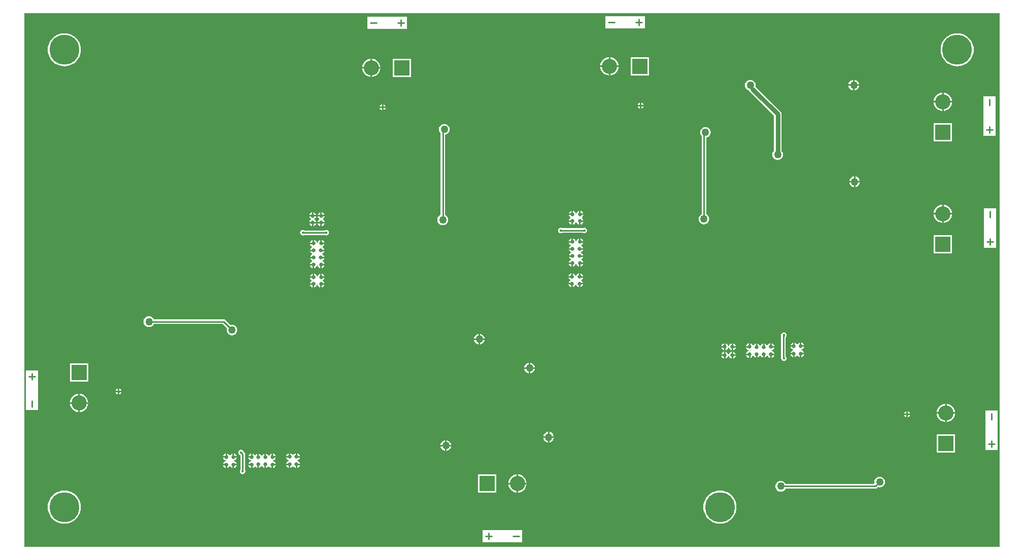
<source format=gbl>
G04 Layer_Physical_Order=2*
G04 Layer_Color=11436288*
%FSLAX25Y25*%
%MOIN*%
G70*
G01*
G75*
%ADD46C,0.01000*%
%ADD47C,0.03000*%
%ADD50R,0.10000X0.10000*%
%ADD51C,0.10000*%
%ADD52R,0.10000X0.10000*%
%ADD53C,0.02598*%
%ADD54C,0.19685*%
%ADD55C,0.05000*%
%ADD56C,0.01500*%
%ADD57C,0.02600*%
%ADD58C,0.02000*%
G36*
X750950Y451000D02*
Y100000D01*
X110497Y100000D01*
X110144Y100354D01*
X110144Y451000D01*
X750950Y451000D01*
D02*
G37*
%LPC*%
G36*
X445464Y217000D02*
X442500D01*
Y214036D01*
X442914Y214090D01*
X443765Y214443D01*
X444496Y215004D01*
X445057Y215735D01*
X445410Y216586D01*
X445464Y217000D01*
D02*
G37*
G36*
X441500Y220964D02*
X441086Y220910D01*
X440235Y220557D01*
X439504Y219996D01*
X438943Y219265D01*
X438590Y218414D01*
X438536Y218000D01*
X441500D01*
Y220964D01*
D02*
G37*
G36*
Y217000D02*
X438536D01*
X438590Y216586D01*
X438943Y215735D01*
X439504Y215004D01*
X440235Y214443D01*
X441086Y214090D01*
X441500Y214036D01*
Y217000D01*
D02*
G37*
G36*
X172500Y203940D02*
Y202500D01*
X173940D01*
X173884Y202780D01*
X173442Y203442D01*
X172780Y203884D01*
X172500Y203940D01*
D02*
G37*
G36*
X152000Y220500D02*
X140000D01*
Y208500D01*
X152000D01*
Y220500D01*
D02*
G37*
G36*
X577478Y225500D02*
X575733D01*
Y223754D01*
X576130Y223833D01*
X576891Y224342D01*
X577399Y225103D01*
X577478Y225500D01*
D02*
G37*
G36*
X586000Y226000D02*
X584254D01*
X584333Y225603D01*
X584842Y224842D01*
X585603Y224333D01*
X586000Y224254D01*
Y226000D01*
D02*
G37*
G36*
X569733Y225500D02*
X567987D01*
X568066Y225103D01*
X568574Y224342D01*
X569335Y223833D01*
X569733Y223754D01*
Y225500D01*
D02*
G37*
G36*
X442500Y220964D02*
Y218000D01*
X445464D01*
X445410Y218414D01*
X445057Y219265D01*
X444496Y219996D01*
X443765Y220557D01*
X442914Y220910D01*
X442500Y220964D01*
D02*
G37*
G36*
X609119Y240860D02*
X608436Y240724D01*
X607857Y240337D01*
X607832Y240299D01*
X607619Y240157D01*
X607287Y239661D01*
X607171Y239075D01*
Y224159D01*
X607220Y223909D01*
X607211Y223863D01*
X607347Y223181D01*
X607734Y222602D01*
X608313Y222215D01*
X608996Y222079D01*
X609679Y222215D01*
X610257Y222602D01*
X610644Y223181D01*
X610780Y223863D01*
X610644Y224546D01*
X610257Y225125D01*
X610229Y225144D01*
Y237581D01*
X610532Y238034D01*
X610534Y238043D01*
X610767Y238392D01*
X610903Y239075D01*
X610767Y239758D01*
X610381Y240337D01*
X609802Y240724D01*
X609119Y240860D01*
D02*
G37*
G36*
X151980Y194000D02*
X146500D01*
Y188520D01*
X147176Y188587D01*
X148307Y188930D01*
X149349Y189487D01*
X150263Y190237D01*
X151013Y191150D01*
X151570Y192193D01*
X151913Y193324D01*
X151980Y194000D01*
D02*
G37*
G36*
X118998Y216000D02*
X111000D01*
Y190007D01*
X118998D01*
Y216000D01*
D02*
G37*
G36*
X145500Y194000D02*
X140020D01*
X140087Y193324D01*
X140430Y192193D01*
X140987Y191150D01*
X141737Y190237D01*
X142650Y189487D01*
X143693Y188930D01*
X144824Y188587D01*
X145500Y188520D01*
Y194000D01*
D02*
G37*
G36*
X715000Y193980D02*
X714324Y193913D01*
X713193Y193570D01*
X712150Y193013D01*
X711237Y192263D01*
X710487Y191349D01*
X709930Y190307D01*
X709587Y189176D01*
X709520Y188500D01*
X715000D01*
Y193980D01*
D02*
G37*
G36*
X716000D02*
Y188500D01*
X721480D01*
X721413Y189176D01*
X721070Y190307D01*
X720513Y191349D01*
X719763Y192263D01*
X718850Y193013D01*
X717807Y193570D01*
X716676Y193913D01*
X716000Y193980D01*
D02*
G37*
G36*
X173940Y201500D02*
X172500D01*
Y200060D01*
X172780Y200116D01*
X173442Y200558D01*
X173884Y201220D01*
X173940Y201500D01*
D02*
G37*
G36*
X171500Y203940D02*
X171220Y203884D01*
X170558Y203442D01*
X170116Y202780D01*
X170060Y202500D01*
X171500D01*
Y203940D01*
D02*
G37*
G36*
Y201500D02*
X170060D01*
X170116Y201220D01*
X170558Y200558D01*
X171220Y200116D01*
X171500Y200060D01*
Y201500D01*
D02*
G37*
G36*
X145500Y200480D02*
X144824Y200413D01*
X143693Y200070D01*
X142650Y199513D01*
X141737Y198763D01*
X140987Y197850D01*
X140430Y196807D01*
X140087Y195676D01*
X140020Y195000D01*
X145500D01*
Y200480D01*
D02*
G37*
G36*
X146500D02*
Y195000D01*
X151980D01*
X151913Y195676D01*
X151570Y196807D01*
X151013Y197850D01*
X150263Y198763D01*
X149349Y199513D01*
X148307Y200070D01*
X147176Y200413D01*
X146500Y200480D01*
D02*
G37*
G36*
X602746Y226000D02*
X601000D01*
Y224254D01*
X601397Y224333D01*
X602158Y224842D01*
X602667Y225603D01*
X602746Y226000D01*
D02*
G37*
G36*
X620613Y234157D02*
Y232411D01*
X622359D01*
X622280Y232809D01*
X621771Y233570D01*
X621010Y234078D01*
X620613Y234157D01*
D02*
G37*
G36*
X600000Y233746D02*
X599603Y233667D01*
X598842Y233158D01*
X598435Y232550D01*
X597955Y232491D01*
X597857Y232516D01*
X597520Y233020D01*
X596759Y233528D01*
X596362Y233607D01*
Y231362D01*
X595362D01*
Y233607D01*
X594965Y233528D01*
X594205Y233020D01*
X593778Y232381D01*
X593655Y232349D01*
X593345D01*
X593222Y232381D01*
X592795Y233020D01*
X592035Y233528D01*
X591638Y233607D01*
Y231362D01*
X590638D01*
Y233607D01*
X590241Y233528D01*
X589480Y233020D01*
X589143Y232516D01*
X589045Y232491D01*
X588565Y232550D01*
X588158Y233158D01*
X587397Y233667D01*
X587000Y233746D01*
Y231500D01*
X586500D01*
Y231000D01*
X584254D01*
X584333Y230603D01*
X584842Y229842D01*
X585603Y229333D01*
X585997Y229255D01*
Y228745D01*
X585603Y228667D01*
X584842Y228158D01*
X584333Y227397D01*
X584254Y227000D01*
X586500D01*
Y226500D01*
X587000D01*
Y224254D01*
X587397Y224333D01*
X588158Y224842D01*
X588565Y225450D01*
X589045Y225509D01*
X589143Y225484D01*
X589480Y224980D01*
X590241Y224472D01*
X590638Y224393D01*
Y226638D01*
X591638D01*
Y224393D01*
X592035Y224472D01*
X592795Y224980D01*
X593222Y225619D01*
X593345Y225651D01*
X593655D01*
X593778Y225619D01*
X594205Y224980D01*
X594965Y224472D01*
X595362Y224393D01*
Y226638D01*
X596362D01*
Y224393D01*
X596759Y224472D01*
X597520Y224980D01*
X597857Y225484D01*
X597955Y225509D01*
X598435Y225450D01*
X598842Y224842D01*
X599603Y224333D01*
X600000Y224254D01*
Y226500D01*
X600500D01*
Y227000D01*
X602746D01*
X602667Y227397D01*
X602158Y228158D01*
X601397Y228667D01*
X601003Y228745D01*
Y229255D01*
X601397Y229333D01*
X602158Y229842D01*
X602667Y230603D01*
X602746Y231000D01*
X600500D01*
Y231500D01*
X600000D01*
Y233746D01*
D02*
G37*
G36*
X615113Y234157D02*
X614716Y234078D01*
X613955Y233570D01*
X613447Y232809D01*
X613368Y232411D01*
X615113D01*
Y234157D01*
D02*
G37*
G36*
X601000Y233746D02*
Y232000D01*
X602746D01*
X602667Y232397D01*
X602158Y233158D01*
X601397Y233667D01*
X601000Y233746D01*
D02*
G37*
G36*
X574733D02*
X574335Y233667D01*
X573574Y233158D01*
X573066Y232397D01*
X572988Y232002D01*
X572478D01*
X572399Y232397D01*
X571891Y233158D01*
X571130Y233667D01*
X570733Y233746D01*
Y231500D01*
Y229254D01*
X571130Y229333D01*
X571891Y229842D01*
X572399Y230603D01*
X572478Y230997D01*
X572988D01*
X573066Y230603D01*
X573574Y229842D01*
X574335Y229333D01*
X574733Y229254D01*
Y231500D01*
Y233746D01*
D02*
G37*
G36*
X408500Y239964D02*
X408086Y239910D01*
X407235Y239557D01*
X406504Y238996D01*
X405943Y238265D01*
X405590Y237414D01*
X405536Y237000D01*
X408500D01*
Y239964D01*
D02*
G37*
G36*
X409500D02*
Y237000D01*
X412464D01*
X412410Y237414D01*
X412057Y238265D01*
X411496Y238996D01*
X410765Y239557D01*
X409914Y239910D01*
X409500Y239964D01*
D02*
G37*
G36*
X619613Y234157D02*
X619216Y234078D01*
X618455Y233570D01*
X618164Y233134D01*
X617562D01*
X617271Y233570D01*
X616510Y234078D01*
X616113Y234157D01*
Y231911D01*
X615613D01*
Y231411D01*
X613368D01*
X613447Y231014D01*
X613955Y230253D01*
X614716Y229745D01*
X615111Y229666D01*
Y229156D01*
X614716Y229078D01*
X613955Y228570D01*
X613447Y227809D01*
X613368Y227411D01*
X615613D01*
Y226911D01*
X616113D01*
Y224666D01*
X616510Y224745D01*
X617271Y225253D01*
X617562Y225689D01*
X618164D01*
X618455Y225253D01*
X619216Y224745D01*
X619613Y224666D01*
Y226911D01*
X620113D01*
Y227411D01*
X622359D01*
X622280Y227809D01*
X621771Y228570D01*
X621010Y229078D01*
X620616Y229156D01*
Y229666D01*
X621010Y229745D01*
X621771Y230253D01*
X622280Y231014D01*
X622359Y231411D01*
X620113D01*
Y231911D01*
X619613D01*
Y234157D01*
D02*
G37*
G36*
X408500Y236000D02*
X405536D01*
X405590Y235586D01*
X405943Y234735D01*
X406504Y234004D01*
X407235Y233443D01*
X408086Y233090D01*
X408500Y233036D01*
Y236000D01*
D02*
G37*
G36*
X412464D02*
X409500D01*
Y233036D01*
X409914Y233090D01*
X410765Y233443D01*
X411496Y234004D01*
X412057Y234735D01*
X412410Y235586D01*
X412464Y236000D01*
D02*
G37*
G36*
X575733Y228246D02*
Y226500D01*
X577478D01*
X577399Y226897D01*
X576891Y227658D01*
X576130Y228167D01*
X575733Y228246D01*
D02*
G37*
G36*
X574733D02*
X574335Y228167D01*
X573574Y227658D01*
X573066Y226897D01*
X572988Y226502D01*
X572478D01*
X572399Y226897D01*
X571891Y227658D01*
X571130Y228167D01*
X570733Y228246D01*
Y226000D01*
Y223754D01*
X571130Y223833D01*
X571891Y224342D01*
X572399Y225103D01*
X572478Y225498D01*
X572988D01*
X573066Y225103D01*
X573574Y224342D01*
X574335Y223833D01*
X574733Y223754D01*
Y226000D01*
Y228246D01*
D02*
G37*
G36*
X569733D02*
X569335Y228167D01*
X568574Y227658D01*
X568066Y226897D01*
X567987Y226500D01*
X569733D01*
Y228246D01*
D02*
G37*
G36*
X615113Y226411D02*
X613368D01*
X613447Y226014D01*
X613955Y225253D01*
X614716Y224745D01*
X615113Y224666D01*
Y226411D01*
D02*
G37*
G36*
X622359D02*
X620613D01*
Y224666D01*
X621010Y224745D01*
X621771Y225253D01*
X622280Y226014D01*
X622359Y226411D01*
D02*
G37*
G36*
X575733Y233746D02*
Y232000D01*
X577478D01*
X577399Y232397D01*
X576891Y233158D01*
X576130Y233667D01*
X575733Y233746D01*
D02*
G37*
G36*
X586000D02*
X585603Y233667D01*
X584842Y233158D01*
X584333Y232397D01*
X584254Y232000D01*
X586000D01*
Y233746D01*
D02*
G37*
G36*
X569733D02*
X569335Y233667D01*
X568574Y233158D01*
X568066Y232397D01*
X567987Y232000D01*
X569733D01*
Y233746D01*
D02*
G37*
G36*
Y231000D02*
X567987D01*
X568066Y230603D01*
X568574Y229842D01*
X569335Y229333D01*
X569733Y229254D01*
Y231000D01*
D02*
G37*
G36*
X577478D02*
X575733D01*
Y229254D01*
X576130Y229333D01*
X576891Y229842D01*
X577399Y230603D01*
X577478Y231000D01*
D02*
G37*
G36*
X275246Y153500D02*
X273500D01*
Y151754D01*
X273897Y151833D01*
X274658Y152342D01*
X275167Y153103D01*
X275246Y153500D01*
D02*
G37*
G36*
X283854Y153620D02*
X282108D01*
X282187Y153223D01*
X282696Y152462D01*
X283457Y151954D01*
X283854Y151875D01*
Y153620D01*
D02*
G37*
G36*
X259000Y153500D02*
X257254D01*
X257333Y153103D01*
X257842Y152342D01*
X258603Y151833D01*
X259000Y151754D01*
Y153500D01*
D02*
G37*
G36*
X242412D02*
X240667D01*
X240746Y153103D01*
X241254Y152342D01*
X242015Y151833D01*
X242412Y151754D01*
Y153500D01*
D02*
G37*
G36*
X249658D02*
X247912D01*
Y151754D01*
X248309Y151833D01*
X249070Y152342D01*
X249579Y153103D01*
X249658Y153500D01*
D02*
G37*
G36*
X259000Y161246D02*
X258603Y161167D01*
X257842Y160658D01*
X257333Y159897D01*
X257254Y159500D01*
X259000D01*
Y161246D01*
D02*
G37*
G36*
X273500D02*
Y159500D01*
X275246D01*
X275167Y159897D01*
X274658Y160658D01*
X273897Y161167D01*
X273500Y161246D01*
D02*
G37*
G36*
X247912D02*
Y159500D01*
X249658D01*
X249579Y159897D01*
X249070Y160658D01*
X248309Y161167D01*
X247912Y161246D01*
D02*
G37*
G36*
X291100Y153620D02*
X289354D01*
Y151875D01*
X289751Y151954D01*
X290512Y152462D01*
X291021Y153223D01*
X291100Y153620D01*
D02*
G37*
G36*
X242412Y161246D02*
X242015Y161167D01*
X241254Y160658D01*
X240746Y159897D01*
X240667Y159500D01*
X242412D01*
Y161246D01*
D02*
G37*
G36*
X420000Y147500D02*
X408000D01*
Y135500D01*
X420000D01*
Y147500D01*
D02*
G37*
G36*
X433500Y141000D02*
X428020D01*
X428087Y140324D01*
X428430Y139193D01*
X428987Y138151D01*
X429737Y137237D01*
X430651Y136487D01*
X431693Y135930D01*
X432824Y135587D01*
X433500Y135520D01*
Y141000D01*
D02*
G37*
G36*
X567025Y136913D02*
X565323Y136779D01*
X563664Y136380D01*
X562087Y135727D01*
X560632Y134835D01*
X559334Y133727D01*
X558226Y132429D01*
X557334Y130974D01*
X556681Y129397D01*
X556282Y127738D01*
X556148Y126036D01*
X556282Y124335D01*
X556681Y122676D01*
X557334Y121099D01*
X558226Y119644D01*
X559334Y118346D01*
X560632Y117237D01*
X562087Y116346D01*
X563664Y115693D01*
X565323Y115294D01*
X567025Y115160D01*
X568726Y115294D01*
X570385Y115693D01*
X571962Y116346D01*
X573417Y117237D01*
X574715Y118346D01*
X575823Y119644D01*
X576715Y121099D01*
X577368Y122676D01*
X577767Y124335D01*
X577901Y126036D01*
X577767Y127738D01*
X577368Y129397D01*
X576715Y130974D01*
X575823Y132429D01*
X574715Y133727D01*
X573417Y134835D01*
X571962Y135727D01*
X570385Y136380D01*
X568726Y136779D01*
X567025Y136913D01*
D02*
G37*
G36*
X436993Y110998D02*
X411000D01*
Y103000D01*
X436993D01*
Y110998D01*
D02*
G37*
G36*
X136316Y136913D02*
X134615Y136779D01*
X132955Y136380D01*
X131378Y135727D01*
X129923Y134835D01*
X128625Y133727D01*
X127517Y132429D01*
X126625Y130974D01*
X125972Y129397D01*
X125574Y127738D01*
X125440Y126036D01*
X125574Y124335D01*
X125972Y122676D01*
X126625Y121099D01*
X127517Y119644D01*
X128625Y118346D01*
X129923Y117237D01*
X131378Y116346D01*
X132955Y115693D01*
X134615Y115294D01*
X136316Y115160D01*
X138017Y115294D01*
X139677Y115693D01*
X141253Y116346D01*
X142709Y117237D01*
X144006Y118346D01*
X145115Y119644D01*
X146007Y121099D01*
X146660Y122676D01*
X147058Y124335D01*
X147192Y126036D01*
X147058Y127738D01*
X146660Y129397D01*
X146007Y130974D01*
X145115Y132429D01*
X144006Y133727D01*
X142709Y134835D01*
X141253Y135727D01*
X139677Y136380D01*
X138017Y136779D01*
X136316Y136913D01*
D02*
G37*
G36*
X434500Y147480D02*
Y142000D01*
X439980D01*
X439913Y142676D01*
X439570Y143807D01*
X439013Y144850D01*
X438263Y145763D01*
X437350Y146513D01*
X436307Y147070D01*
X435176Y147413D01*
X434500Y147480D01*
D02*
G37*
G36*
X252500Y163784D02*
X251817Y163648D01*
X251238Y163262D01*
X250851Y162683D01*
X250716Y162000D01*
X250851Y161317D01*
X251238Y160738D01*
X251817Y160352D01*
X252027Y160310D01*
X252030Y160307D01*
Y150361D01*
X251911Y150183D01*
X251776Y149500D01*
X251911Y148817D01*
X252298Y148238D01*
X252877Y147852D01*
X253560Y147716D01*
X254243Y147852D01*
X254821Y148238D01*
X255208Y148817D01*
X255344Y149500D01*
X255208Y150183D01*
X255089Y150361D01*
Y160940D01*
X254973Y161525D01*
X254641Y162022D01*
X254190Y162473D01*
X254149Y162683D01*
X253762Y163262D01*
X253183Y163648D01*
X252500Y163784D01*
D02*
G37*
G36*
X433500Y147480D02*
X432824Y147413D01*
X431693Y147070D01*
X430651Y146513D01*
X429737Y145763D01*
X428987Y144850D01*
X428430Y143807D01*
X428087Y142676D01*
X428020Y142000D01*
X433500D01*
Y147480D01*
D02*
G37*
G36*
X439980Y141000D02*
X434500D01*
Y135520D01*
X435176Y135587D01*
X436307Y135930D01*
X437350Y136487D01*
X438263Y137237D01*
X439013Y138151D01*
X439570Y139193D01*
X439913Y140324D01*
X439980Y141000D01*
D02*
G37*
G36*
X672000Y146030D02*
X671086Y145910D01*
X670235Y145557D01*
X669504Y144996D01*
X668943Y144265D01*
X668590Y143414D01*
X668470Y142500D01*
X668562Y141798D01*
X668271Y141368D01*
X668168Y141298D01*
X610167D01*
X610069Y141533D01*
X609508Y142264D01*
X608777Y142825D01*
X607926Y143178D01*
X607012Y143298D01*
X606099Y143178D01*
X605247Y142825D01*
X604516Y142264D01*
X603955Y141533D01*
X603602Y140682D01*
X603482Y139768D01*
X603602Y138855D01*
X603955Y138003D01*
X604516Y137272D01*
X605247Y136711D01*
X606099Y136358D01*
X607012Y136238D01*
X607926Y136358D01*
X608777Y136711D01*
X609508Y137272D01*
X610069Y138003D01*
X610167Y138239D01*
X669268D01*
X669854Y138355D01*
X670350Y138687D01*
X670851Y139188D01*
X671086Y139090D01*
X672000Y138970D01*
X672914Y139090D01*
X673765Y139443D01*
X674496Y140004D01*
X675057Y140735D01*
X675410Y141586D01*
X675530Y142500D01*
X675410Y143414D01*
X675057Y144265D01*
X674496Y144996D01*
X673765Y145557D01*
X672914Y145910D01*
X672000Y146030D01*
D02*
G37*
G36*
X283854Y161366D02*
X283457Y161287D01*
X282696Y160779D01*
X282187Y160018D01*
X282108Y159620D01*
X283854D01*
Y161366D01*
D02*
G37*
G36*
X455000Y175464D02*
Y172500D01*
X457964D01*
X457910Y172914D01*
X457557Y173765D01*
X456996Y174496D01*
X456265Y175057D01*
X455414Y175410D01*
X455000Y175464D01*
D02*
G37*
G36*
X715000Y187500D02*
X709520D01*
X709587Y186824D01*
X709930Y185693D01*
X710487Y184651D01*
X711237Y183737D01*
X712150Y182987D01*
X713193Y182430D01*
X714324Y182087D01*
X715000Y182020D01*
Y187500D01*
D02*
G37*
G36*
X454000Y175464D02*
X453586Y175410D01*
X452735Y175057D01*
X452004Y174496D01*
X451443Y173765D01*
X451090Y172914D01*
X451036Y172500D01*
X454000D01*
Y175464D01*
D02*
G37*
G36*
Y171500D02*
X451036D01*
X451090Y171086D01*
X451443Y170235D01*
X452004Y169504D01*
X452735Y168943D01*
X453586Y168590D01*
X454000Y168536D01*
Y171500D01*
D02*
G37*
G36*
X457964D02*
X455000D01*
Y168536D01*
X455414Y168590D01*
X456265Y168943D01*
X456996Y169504D01*
X457557Y170235D01*
X457910Y171086D01*
X457964Y171500D01*
D02*
G37*
G36*
X689500Y188940D02*
X689220Y188884D01*
X688558Y188442D01*
X688116Y187780D01*
X688060Y187500D01*
X689500D01*
Y188940D01*
D02*
G37*
G36*
X690500D02*
Y187500D01*
X691940D01*
X691884Y187780D01*
X691442Y188442D01*
X690780Y188884D01*
X690500Y188940D01*
D02*
G37*
G36*
X691940Y186500D02*
X690500D01*
Y185060D01*
X690780Y185116D01*
X691442Y185558D01*
X691884Y186220D01*
X691940Y186500D01*
D02*
G37*
G36*
X721480Y187500D02*
X716000D01*
Y182020D01*
X716676Y182087D01*
X717807Y182430D01*
X718850Y182987D01*
X719763Y183737D01*
X720513Y184651D01*
X721070Y185693D01*
X721413Y186824D01*
X721480Y187500D01*
D02*
G37*
G36*
X689500Y186500D02*
X688060D01*
X688116Y186220D01*
X688558Y185558D01*
X689220Y185116D01*
X689500Y185060D01*
Y186500D01*
D02*
G37*
G36*
X288354Y161366D02*
X287957Y161287D01*
X287196Y160779D01*
X286905Y160343D01*
X286303D01*
X286012Y160779D01*
X285251Y161287D01*
X284854Y161366D01*
Y159120D01*
X284354D01*
Y158620D01*
X282108D01*
X282187Y158223D01*
X282696Y157462D01*
X283457Y156954D01*
X283852Y156875D01*
Y156366D01*
X283457Y156287D01*
X282696Y155779D01*
X282187Y155018D01*
X282108Y154620D01*
X284354D01*
Y154120D01*
X284854D01*
Y151875D01*
X285251Y151954D01*
X286012Y152462D01*
X286303Y152898D01*
X286905D01*
X287196Y152462D01*
X287957Y151954D01*
X288354Y151875D01*
Y154120D01*
X288854D01*
Y154620D01*
X291100D01*
X291021Y155018D01*
X290512Y155779D01*
X289751Y156287D01*
X289356Y156366D01*
Y156875D01*
X289751Y156954D01*
X290512Y157462D01*
X291021Y158223D01*
X291100Y158620D01*
X288854D01*
Y159120D01*
X288354D01*
Y161366D01*
D02*
G37*
G36*
X721500Y174000D02*
X709500D01*
Y162000D01*
X721500D01*
Y174000D01*
D02*
G37*
G36*
X246912Y161246D02*
X246515Y161167D01*
X245754Y160658D01*
X245463Y160222D01*
X244861D01*
X244570Y160658D01*
X243810Y161167D01*
X243412Y161246D01*
Y159000D01*
X242912D01*
Y158500D01*
X240667D01*
X240746Y158103D01*
X241254Y157342D01*
X242015Y156833D01*
X242410Y156755D01*
Y156245D01*
X242015Y156167D01*
X241254Y155658D01*
X240746Y154897D01*
X240667Y154500D01*
X242912D01*
Y154000D01*
X243412D01*
Y151754D01*
X243810Y151833D01*
X244570Y152342D01*
X244861Y152778D01*
X245463D01*
X245754Y152342D01*
X246515Y151833D01*
X246912Y151754D01*
Y154000D01*
X247412D01*
Y154500D01*
X249658D01*
X249579Y154897D01*
X249070Y155658D01*
X248309Y156167D01*
X247915Y156245D01*
Y156755D01*
X248309Y156833D01*
X249070Y157342D01*
X249579Y158103D01*
X249658Y158500D01*
X247412D01*
Y159000D01*
X246912D01*
Y161246D01*
D02*
G37*
G36*
X289354Y161366D02*
Y159620D01*
X291100D01*
X291021Y160018D01*
X290512Y160779D01*
X289751Y161287D01*
X289354Y161366D01*
D02*
G37*
G36*
X272500Y161246D02*
X272103Y161167D01*
X271342Y160658D01*
X270935Y160050D01*
X270455Y159991D01*
X270357Y160015D01*
X270020Y160520D01*
X269259Y161028D01*
X268862Y161107D01*
Y158862D01*
X267862D01*
Y161107D01*
X267465Y161028D01*
X266705Y160520D01*
X266278Y159881D01*
X266155Y159850D01*
X265845D01*
X265722Y159881D01*
X265295Y160520D01*
X264535Y161028D01*
X264138Y161107D01*
Y158862D01*
X263138D01*
Y161107D01*
X262741Y161028D01*
X261980Y160520D01*
X261865Y160348D01*
X261365D01*
X261158Y160658D01*
X260397Y161167D01*
X260000Y161246D01*
Y159000D01*
X259500D01*
Y158500D01*
X257254D01*
X257333Y158103D01*
X257842Y157342D01*
X258603Y156833D01*
X258998Y156755D01*
Y156245D01*
X258603Y156167D01*
X257842Y155658D01*
X257333Y154897D01*
X257254Y154500D01*
X259500D01*
Y154000D01*
X260000D01*
Y151754D01*
X260397Y151833D01*
X261158Y152342D01*
X261365Y152652D01*
X261865D01*
X261980Y152480D01*
X262741Y151972D01*
X263138Y151893D01*
Y154138D01*
X264138D01*
Y151893D01*
X264535Y151972D01*
X265295Y152480D01*
X265722Y153119D01*
X265845Y153150D01*
X266155D01*
X266278Y153119D01*
X266705Y152480D01*
X267465Y151972D01*
X267862Y151893D01*
Y154138D01*
X268862D01*
Y151893D01*
X269259Y151972D01*
X270020Y152480D01*
X270357Y152984D01*
X270455Y153009D01*
X270935Y152950D01*
X271342Y152342D01*
X272103Y151833D01*
X272500Y151754D01*
Y154000D01*
X273000D01*
Y154500D01*
X275246D01*
X275167Y154897D01*
X274658Y155658D01*
X273897Y156167D01*
X273502Y156245D01*
Y156755D01*
X273897Y156833D01*
X274658Y157342D01*
X275167Y158103D01*
X275246Y158500D01*
X273000D01*
Y159000D01*
X272500D01*
Y161246D01*
D02*
G37*
G36*
X386500Y169964D02*
X386086Y169910D01*
X385235Y169557D01*
X384504Y168996D01*
X383943Y168265D01*
X383590Y167414D01*
X383536Y167000D01*
X386500D01*
Y169964D01*
D02*
G37*
G36*
X387500D02*
Y167000D01*
X390464D01*
X390410Y167414D01*
X390057Y168265D01*
X389496Y168996D01*
X388765Y169557D01*
X387914Y169910D01*
X387500Y169964D01*
D02*
G37*
G36*
X749500Y189493D02*
X741502D01*
Y163500D01*
X749500D01*
Y189493D01*
D02*
G37*
G36*
X386500Y166000D02*
X383536D01*
X383590Y165586D01*
X383943Y164735D01*
X384504Y164004D01*
X385235Y163443D01*
X386086Y163090D01*
X386500Y163036D01*
Y166000D01*
D02*
G37*
G36*
X390464D02*
X387500D01*
Y163036D01*
X387914Y163090D01*
X388765Y163443D01*
X389496Y164004D01*
X390057Y164735D01*
X390410Y165586D01*
X390464Y166000D01*
D02*
G37*
G36*
X345000Y388500D02*
X343560D01*
X343616Y388220D01*
X344058Y387558D01*
X344720Y387116D01*
X345000Y387060D01*
Y388500D01*
D02*
G37*
G36*
X347440D02*
X346000D01*
Y387060D01*
X346280Y387116D01*
X346942Y387558D01*
X347384Y388220D01*
X347440Y388500D01*
D02*
G37*
G36*
X719480Y392126D02*
X714000D01*
Y386646D01*
X714676Y386713D01*
X715807Y387056D01*
X716850Y387613D01*
X717763Y388363D01*
X718513Y389276D01*
X719070Y390319D01*
X719413Y391450D01*
X719480Y392126D01*
D02*
G37*
G36*
X748000Y396119D02*
X740002D01*
Y370126D01*
X748000D01*
Y396119D01*
D02*
G37*
G36*
X713000Y392126D02*
X707520D01*
X707587Y391450D01*
X707930Y390319D01*
X708487Y389276D01*
X709237Y388363D01*
X710150Y387613D01*
X711193Y387056D01*
X712324Y386713D01*
X713000Y386646D01*
Y392126D01*
D02*
G37*
G36*
X346000Y390940D02*
Y389500D01*
X347440D01*
X347384Y389780D01*
X346942Y390442D01*
X346280Y390884D01*
X346000Y390940D01*
D02*
G37*
G36*
X514500Y391940D02*
X514220Y391884D01*
X513558Y391442D01*
X513116Y390780D01*
X513060Y390500D01*
X514500D01*
Y391940D01*
D02*
G37*
G36*
X345000Y390940D02*
X344720Y390884D01*
X344058Y390442D01*
X343616Y389780D01*
X343560Y389500D01*
X345000D01*
Y390940D01*
D02*
G37*
G36*
X514500Y389500D02*
X513060D01*
X513116Y389220D01*
X513558Y388558D01*
X514220Y388116D01*
X514500Y388060D01*
Y389500D01*
D02*
G37*
G36*
X516940D02*
X515500D01*
Y388060D01*
X515780Y388116D01*
X516442Y388558D01*
X516884Y389220D01*
X516940Y389500D01*
D02*
G37*
G36*
X714000Y324980D02*
Y319500D01*
X719480D01*
X719413Y320176D01*
X719070Y321307D01*
X718513Y322350D01*
X717763Y323263D01*
X716850Y324013D01*
X715807Y324570D01*
X714676Y324913D01*
X714000Y324980D01*
D02*
G37*
G36*
X655000Y339500D02*
X652036D01*
X652090Y339086D01*
X652443Y338235D01*
X653004Y337504D01*
X653735Y336943D01*
X654586Y336590D01*
X655000Y336536D01*
Y339500D01*
D02*
G37*
G36*
X713000Y324980D02*
X712324Y324913D01*
X711193Y324570D01*
X710150Y324013D01*
X709237Y323263D01*
X708487Y322350D01*
X707930Y321307D01*
X707587Y320176D01*
X707520Y319500D01*
X713000D01*
Y324980D01*
D02*
G37*
G36*
X475575Y320886D02*
Y319141D01*
X477320D01*
X477241Y319538D01*
X476733Y320299D01*
X475972Y320808D01*
X475575Y320886D01*
D02*
G37*
G36*
X474575D02*
X474177Y320808D01*
X473417Y320299D01*
X472908Y319538D01*
X472830Y319143D01*
X472320D01*
X472241Y319538D01*
X471733Y320299D01*
X470972Y320808D01*
X470575Y320886D01*
Y318641D01*
X470075D01*
Y318141D01*
X467829D01*
X467908Y317743D01*
X468417Y316983D01*
X468852Y316692D01*
Y316090D01*
X468417Y315799D01*
X467908Y315038D01*
X467829Y314641D01*
X470075D01*
Y314141D01*
X470575D01*
Y311895D01*
X470972Y311974D01*
X471733Y312483D01*
X472241Y313244D01*
X472320Y313638D01*
X472830D01*
X472908Y313244D01*
X473417Y312483D01*
X474177Y311974D01*
X474575Y311895D01*
Y314141D01*
X475075D01*
Y314641D01*
X477320D01*
X477241Y315038D01*
X476733Y315799D01*
X476297Y316090D01*
Y316692D01*
X476733Y316983D01*
X477241Y317743D01*
X477320Y318141D01*
X475075D01*
Y318641D01*
X474575D01*
Y320886D01*
D02*
G37*
G36*
X587000Y407030D02*
X586086Y406910D01*
X585235Y406557D01*
X584504Y405996D01*
X583943Y405265D01*
X583590Y404414D01*
X583470Y403500D01*
X583590Y402586D01*
X583943Y401735D01*
X584504Y401004D01*
X585235Y400443D01*
X586086Y400090D01*
X586133Y400084D01*
X586145Y400025D01*
X586698Y399198D01*
X602451Y383444D01*
Y360278D01*
X601943Y359615D01*
X601590Y358764D01*
X601470Y357850D01*
X601590Y356937D01*
X601943Y356085D01*
X602504Y355354D01*
X603235Y354793D01*
X604086Y354440D01*
X605000Y354320D01*
X605914Y354440D01*
X606765Y354793D01*
X607496Y355354D01*
X608057Y356085D01*
X608410Y356937D01*
X608530Y357850D01*
X608410Y358764D01*
X608057Y359615D01*
X607549Y360278D01*
Y384500D01*
X607355Y385475D01*
X606802Y386302D01*
X590422Y402682D01*
X590530Y403500D01*
X590410Y404414D01*
X590057Y405265D01*
X589496Y405996D01*
X588765Y406557D01*
X587914Y406910D01*
X587000Y407030D01*
D02*
G37*
G36*
X719500Y378626D02*
X707500D01*
Y366626D01*
X719500D01*
Y378626D01*
D02*
G37*
G36*
X656000Y343464D02*
Y340500D01*
X658964D01*
X658910Y340914D01*
X658557Y341765D01*
X657996Y342496D01*
X657265Y343057D01*
X656414Y343410D01*
X656000Y343464D01*
D02*
G37*
G36*
X658964Y339500D02*
X656000D01*
Y336536D01*
X656414Y336590D01*
X657265Y336943D01*
X657996Y337504D01*
X658557Y338235D01*
X658910Y339086D01*
X658964Y339500D01*
D02*
G37*
G36*
X655000Y343464D02*
X654586Y343410D01*
X653735Y343057D01*
X653004Y342496D01*
X652443Y341765D01*
X652090Y340914D01*
X652036Y340500D01*
X655000D01*
Y343464D01*
D02*
G37*
G36*
X515500Y391940D02*
Y390500D01*
X516940D01*
X516884Y390780D01*
X516442Y391442D01*
X515780Y391884D01*
X515500Y391940D01*
D02*
G37*
G36*
X338500Y420980D02*
Y415500D01*
X343980D01*
X343913Y416176D01*
X343570Y417307D01*
X343013Y418350D01*
X342263Y419263D01*
X341350Y420013D01*
X340307Y420570D01*
X339176Y420913D01*
X338500Y420980D01*
D02*
G37*
G36*
X136316Y437700D02*
X134615Y437566D01*
X132955Y437168D01*
X131378Y436515D01*
X129923Y435623D01*
X128625Y434514D01*
X127517Y433217D01*
X126625Y431762D01*
X125972Y430185D01*
X125574Y428525D01*
X125440Y426824D01*
X125574Y425122D01*
X125972Y423463D01*
X126625Y421886D01*
X127517Y420431D01*
X128625Y419133D01*
X129923Y418025D01*
X131378Y417133D01*
X132955Y416480D01*
X134615Y416082D01*
X136316Y415948D01*
X138017Y416082D01*
X139677Y416480D01*
X141253Y417133D01*
X142709Y418025D01*
X144006Y419133D01*
X145115Y420431D01*
X146007Y421886D01*
X146660Y423463D01*
X147058Y425122D01*
X147192Y426824D01*
X147058Y428525D01*
X146660Y430185D01*
X146007Y431762D01*
X145115Y433217D01*
X144006Y434514D01*
X142709Y435623D01*
X141253Y436515D01*
X139677Y437168D01*
X138017Y437566D01*
X136316Y437700D01*
D02*
G37*
G36*
X337500Y420980D02*
X336824Y420913D01*
X335693Y420570D01*
X334650Y420013D01*
X333737Y419263D01*
X332987Y418350D01*
X332430Y417307D01*
X332087Y416176D01*
X332020Y415500D01*
X337500D01*
Y420980D01*
D02*
G37*
G36*
X494000Y415500D02*
X488520D01*
X488587Y414824D01*
X488930Y413693D01*
X489487Y412650D01*
X490237Y411737D01*
X491151Y410987D01*
X492193Y410430D01*
X493324Y410087D01*
X494000Y410020D01*
Y415500D01*
D02*
G37*
G36*
X500480D02*
X495000D01*
Y410020D01*
X495676Y410087D01*
X496807Y410430D01*
X497850Y410987D01*
X498763Y411737D01*
X499513Y412650D01*
X500070Y413693D01*
X500413Y414824D01*
X500480Y415500D01*
D02*
G37*
G36*
X361331Y448408D02*
X335338D01*
Y440409D01*
X361331D01*
Y448408D01*
D02*
G37*
G36*
X517671Y448948D02*
X491678D01*
Y440949D01*
X517671D01*
Y448948D01*
D02*
G37*
G36*
X495000Y421980D02*
Y416500D01*
X500480D01*
X500413Y417176D01*
X500070Y418307D01*
X499513Y419349D01*
X498763Y420263D01*
X497850Y421013D01*
X496807Y421570D01*
X495676Y421913D01*
X495000Y421980D01*
D02*
G37*
G36*
X722930Y437700D02*
X721229Y437566D01*
X719569Y437168D01*
X717992Y436515D01*
X716537Y435623D01*
X715239Y434514D01*
X714131Y433217D01*
X713239Y431762D01*
X712586Y430185D01*
X712188Y428525D01*
X712054Y426824D01*
X712188Y425122D01*
X712586Y423463D01*
X713239Y421886D01*
X714131Y420431D01*
X715239Y419133D01*
X716537Y418025D01*
X717992Y417133D01*
X719569Y416480D01*
X721229Y416082D01*
X722930Y415948D01*
X724631Y416082D01*
X726291Y416480D01*
X727868Y417133D01*
X729323Y418025D01*
X730621Y419133D01*
X731729Y420431D01*
X732621Y421886D01*
X733274Y423463D01*
X733672Y425122D01*
X733806Y426824D01*
X733672Y428525D01*
X733274Y430185D01*
X732621Y431762D01*
X731729Y433217D01*
X730621Y434514D01*
X729323Y435623D01*
X727868Y436515D01*
X726291Y437168D01*
X724631Y437566D01*
X722930Y437700D01*
D02*
G37*
G36*
X494000Y421980D02*
X493324Y421913D01*
X492193Y421570D01*
X491151Y421013D01*
X490237Y420263D01*
X489487Y419349D01*
X488930Y418307D01*
X488587Y417176D01*
X488520Y416500D01*
X494000D01*
Y421980D01*
D02*
G37*
G36*
X658464Y403126D02*
X655500D01*
Y400162D01*
X655914Y400216D01*
X656765Y400569D01*
X657496Y401130D01*
X658057Y401861D01*
X658410Y402712D01*
X658464Y403126D01*
D02*
G37*
G36*
X654500Y407090D02*
X654086Y407036D01*
X653235Y406683D01*
X652504Y406122D01*
X651943Y405391D01*
X651590Y404540D01*
X651536Y404126D01*
X654500D01*
Y407090D01*
D02*
G37*
G36*
Y403126D02*
X651536D01*
X651590Y402712D01*
X651943Y401861D01*
X652504Y401130D01*
X653235Y400569D01*
X654086Y400216D01*
X654500Y400162D01*
Y403126D01*
D02*
G37*
G36*
X713000Y398606D02*
X712324Y398539D01*
X711193Y398196D01*
X710150Y397639D01*
X709237Y396889D01*
X708487Y395975D01*
X707930Y394933D01*
X707587Y393802D01*
X707520Y393126D01*
X713000D01*
Y398606D01*
D02*
G37*
G36*
X714000D02*
Y393126D01*
X719480D01*
X719413Y393802D01*
X719070Y394933D01*
X718513Y395975D01*
X717763Y396889D01*
X716850Y397639D01*
X715807Y398196D01*
X714676Y398539D01*
X714000Y398606D01*
D02*
G37*
G36*
X343980Y414500D02*
X338500D01*
Y409020D01*
X339176Y409087D01*
X340307Y409430D01*
X341350Y409987D01*
X342263Y410737D01*
X343013Y411651D01*
X343570Y412693D01*
X343913Y413824D01*
X343980Y414500D01*
D02*
G37*
G36*
X520500Y422000D02*
X508500D01*
Y410000D01*
X520500D01*
Y422000D01*
D02*
G37*
G36*
X337500Y414500D02*
X332020D01*
X332087Y413824D01*
X332430Y412693D01*
X332987Y411651D01*
X333737Y410737D01*
X334650Y409987D01*
X335693Y409430D01*
X336824Y409087D01*
X337500Y409020D01*
Y414500D01*
D02*
G37*
G36*
X655500Y407090D02*
Y404126D01*
X658464D01*
X658410Y404540D01*
X658057Y405391D01*
X657496Y406122D01*
X656765Y406683D01*
X655914Y407036D01*
X655500Y407090D01*
D02*
G37*
G36*
X364000Y421000D02*
X352000D01*
Y409000D01*
X364000D01*
Y421000D01*
D02*
G37*
G36*
X469575Y320886D02*
X469177Y320808D01*
X468417Y320299D01*
X467908Y319538D01*
X467829Y319141D01*
X469575D01*
Y320886D01*
D02*
G37*
G36*
X469500Y286000D02*
X467754D01*
X467833Y285603D01*
X468342Y284842D01*
X469103Y284333D01*
X469500Y284254D01*
Y286000D01*
D02*
G37*
G36*
X477246D02*
X475500D01*
Y284254D01*
X475897Y284333D01*
X476658Y284842D01*
X477167Y285603D01*
X477246Y286000D01*
D02*
G37*
G36*
X307246Y285000D02*
X305500D01*
Y283254D01*
X305897Y283333D01*
X306658Y283842D01*
X307167Y284603D01*
X307246Y285000D01*
D02*
G37*
G36*
X474345Y279749D02*
X473948Y279670D01*
X473187Y279162D01*
X472679Y278401D01*
X472600Y278006D01*
X472091D01*
X472012Y278401D01*
X471504Y279162D01*
X470743Y279670D01*
X470345Y279749D01*
Y277504D01*
X469845D01*
Y277004D01*
X467600D01*
X467679Y276606D01*
X468187Y275845D01*
X468623Y275554D01*
Y274953D01*
X468187Y274662D01*
X467679Y273901D01*
X467600Y273504D01*
X469845D01*
Y273004D01*
X470345D01*
Y270758D01*
X470743Y270837D01*
X471504Y271345D01*
X472012Y272106D01*
X472091Y272501D01*
X472600D01*
X472679Y272106D01*
X473187Y271345D01*
X473948Y270837D01*
X474345Y270758D01*
Y273004D01*
X474846D01*
Y273504D01*
X477091D01*
X477012Y273901D01*
X476504Y274662D01*
X476068Y274953D01*
Y275554D01*
X476504Y275845D01*
X477012Y276606D01*
X477091Y277004D01*
X474846D01*
Y277504D01*
X474345D01*
Y279749D01*
D02*
G37*
G36*
X299500Y285000D02*
X297754D01*
X297833Y284603D01*
X298342Y283842D01*
X299103Y283333D01*
X299500Y283254D01*
Y285000D01*
D02*
G37*
G36*
X305500Y301746D02*
Y300000D01*
X307246D01*
X307167Y300397D01*
X306658Y301158D01*
X305897Y301667D01*
X305500Y301746D01*
D02*
G37*
G36*
X304500D02*
X304103Y301667D01*
X303342Y301158D01*
X302833Y300397D01*
X302755Y300003D01*
X302245D01*
X302167Y300397D01*
X301658Y301158D01*
X300897Y301667D01*
X300500Y301746D01*
Y299500D01*
X300000D01*
Y299000D01*
X297754D01*
X297833Y298603D01*
X298342Y297842D01*
X298950Y297435D01*
X299009Y296955D01*
X298985Y296857D01*
X298480Y296520D01*
X297972Y295759D01*
X297893Y295362D01*
X300138D01*
Y294362D01*
X297893D01*
X297972Y293965D01*
X298480Y293205D01*
X299119Y292778D01*
X299150Y292655D01*
Y292345D01*
X299119Y292222D01*
X298480Y291795D01*
X297972Y291035D01*
X297893Y290638D01*
X300138D01*
Y289638D01*
X297893D01*
X297972Y289241D01*
X298480Y288480D01*
X298985Y288143D01*
X299009Y288045D01*
X298950Y287565D01*
X298342Y287158D01*
X297833Y286397D01*
X297754Y286000D01*
X300000D01*
Y285500D01*
X300500D01*
Y283254D01*
X300897Y283333D01*
X301658Y283842D01*
X302167Y284603D01*
X302245Y284998D01*
X302755D01*
X302833Y284603D01*
X303342Y283842D01*
X304103Y283333D01*
X304500Y283254D01*
Y285500D01*
X305000D01*
Y286000D01*
X307246D01*
X307167Y286397D01*
X306658Y287158D01*
X306050Y287565D01*
X305991Y288045D01*
X306015Y288143D01*
X306520Y288480D01*
X307028Y289241D01*
X307107Y289638D01*
X304862D01*
Y290638D01*
X307107D01*
X307028Y291035D01*
X306520Y291795D01*
X305881Y292222D01*
X305850Y292345D01*
Y292655D01*
X305881Y292778D01*
X306520Y293205D01*
X307028Y293965D01*
X307107Y294362D01*
X304862D01*
Y295362D01*
X307107D01*
X307028Y295759D01*
X306520Y296520D01*
X306015Y296857D01*
X305991Y296955D01*
X306050Y297435D01*
X306658Y297842D01*
X307167Y298603D01*
X307246Y299000D01*
X305000D01*
Y299500D01*
X304500D01*
Y301746D01*
D02*
G37*
G36*
X299500D02*
X299103Y301667D01*
X298342Y301158D01*
X297833Y300397D01*
X297754Y300000D01*
X299500D01*
Y301746D01*
D02*
G37*
G36*
X719500Y305000D02*
X707500D01*
Y293000D01*
X719500D01*
Y305000D01*
D02*
G37*
G36*
X748500Y322493D02*
X740502D01*
Y296500D01*
X748500D01*
Y322493D01*
D02*
G37*
G36*
X469346Y272504D02*
X467600D01*
X467679Y272106D01*
X468187Y271345D01*
X468948Y270837D01*
X469346Y270758D01*
Y272504D01*
D02*
G37*
G36*
X477091D02*
X475346D01*
Y270758D01*
X475743Y270837D01*
X476504Y271345D01*
X477012Y272106D01*
X477091Y272504D01*
D02*
G37*
G36*
X307287Y272233D02*
X305541D01*
Y270487D01*
X305939Y270566D01*
X306699Y271075D01*
X307208Y271835D01*
X307287Y272233D01*
D02*
G37*
G36*
X192000Y251530D02*
X191086Y251410D01*
X190235Y251057D01*
X189504Y250496D01*
X188943Y249765D01*
X188590Y248914D01*
X188470Y248000D01*
X188590Y247086D01*
X188943Y246235D01*
X189504Y245504D01*
X190235Y244943D01*
X191086Y244590D01*
X192000Y244470D01*
X192914Y244590D01*
X193765Y244943D01*
X194496Y245504D01*
X195057Y246235D01*
X195155Y246471D01*
X240367D01*
X243188Y243649D01*
X243090Y243414D01*
X242970Y242500D01*
X243090Y241586D01*
X243443Y240735D01*
X244004Y240004D01*
X244735Y239443D01*
X245586Y239090D01*
X246500Y238970D01*
X247414Y239090D01*
X248265Y239443D01*
X248996Y240004D01*
X249557Y240735D01*
X249910Y241586D01*
X250030Y242500D01*
X249910Y243414D01*
X249557Y244265D01*
X248996Y244996D01*
X248265Y245557D01*
X247414Y245910D01*
X246500Y246030D01*
X245586Y245910D01*
X245351Y245812D01*
X242081Y249081D01*
X241585Y249413D01*
X241000Y249529D01*
X195155D01*
X195057Y249765D01*
X194496Y250496D01*
X193765Y251057D01*
X192914Y251410D01*
X192000Y251530D01*
D02*
G37*
G36*
X299541Y272233D02*
X297796D01*
X297875Y271835D01*
X298383Y271075D01*
X299144Y270566D01*
X299541Y270487D01*
Y272233D01*
D02*
G37*
G36*
X469346Y279749D02*
X468948Y279670D01*
X468187Y279162D01*
X467679Y278401D01*
X467600Y278004D01*
X469346D01*
Y279749D01*
D02*
G37*
G36*
X475346D02*
Y278004D01*
X477091D01*
X477012Y278401D01*
X476504Y279162D01*
X475743Y279670D01*
X475346Y279749D01*
D02*
G37*
G36*
X304541Y279478D02*
X304144Y279399D01*
X303383Y278891D01*
X302875Y278130D01*
X302796Y277735D01*
X302286D01*
X302208Y278130D01*
X301699Y278891D01*
X300939Y279399D01*
X300541Y279478D01*
Y277233D01*
X300041D01*
Y276733D01*
X297796D01*
X297875Y276335D01*
X298383Y275574D01*
X298819Y275283D01*
Y274682D01*
X298383Y274391D01*
X297875Y273630D01*
X297796Y273233D01*
X300041D01*
Y272733D01*
X300541D01*
Y270487D01*
X300939Y270566D01*
X301699Y271075D01*
X302208Y271835D01*
X302286Y272230D01*
X302796D01*
X302875Y271835D01*
X303383Y271075D01*
X304144Y270566D01*
X304541Y270487D01*
Y272733D01*
X305041D01*
Y273233D01*
X307287D01*
X307208Y273630D01*
X306699Y274391D01*
X306264Y274682D01*
Y275283D01*
X306699Y275574D01*
X307208Y276335D01*
X307287Y276733D01*
X305041D01*
Y277233D01*
X304541D01*
Y279478D01*
D02*
G37*
G36*
X299541D02*
X299144Y279399D01*
X298383Y278891D01*
X297875Y278130D01*
X297796Y277733D01*
X299541D01*
Y279478D01*
D02*
G37*
G36*
X305541D02*
Y277733D01*
X307287D01*
X307208Y278130D01*
X306699Y278891D01*
X305939Y279399D01*
X305541Y279478D01*
D02*
G37*
G36*
X469500Y302746D02*
X469103Y302667D01*
X468342Y302158D01*
X467833Y301397D01*
X467754Y301000D01*
X469500D01*
Y302746D01*
D02*
G37*
G36*
X719480Y318500D02*
X714000D01*
Y313020D01*
X714676Y313087D01*
X715807Y313430D01*
X716850Y313987D01*
X717763Y314737D01*
X718513Y315651D01*
X719070Y316693D01*
X719413Y317824D01*
X719480Y318500D01*
D02*
G37*
G36*
X301814Y317210D02*
X297323D01*
X297402Y316813D01*
X297910Y316052D01*
X298346Y315761D01*
Y315160D01*
X297910Y314868D01*
X297402Y314108D01*
X297323Y313710D01*
X301814D01*
X301735Y314108D01*
X301227Y314868D01*
X300791Y315160D01*
Y315761D01*
X301227Y316052D01*
X301735Y316813D01*
X301814Y317210D01*
D02*
G37*
G36*
X713000Y318500D02*
X707520D01*
X707587Y317824D01*
X707930Y316693D01*
X708487Y315651D01*
X709237Y314737D01*
X710150Y313987D01*
X711193Y313430D01*
X712324Y313087D01*
X713000Y313020D01*
Y318500D01*
D02*
G37*
G36*
X477320Y313641D02*
X475575D01*
Y311895D01*
X475972Y311974D01*
X476733Y312483D01*
X477241Y313244D01*
X477320Y313641D01*
D02*
G37*
G36*
X557500Y376030D02*
X556586Y375910D01*
X555735Y375557D01*
X555004Y374996D01*
X554443Y374265D01*
X554090Y373414D01*
X553970Y372500D01*
X554090Y371586D01*
X554443Y370735D01*
X554971Y370047D01*
Y318655D01*
X554735Y318557D01*
X554004Y317996D01*
X553443Y317265D01*
X553090Y316414D01*
X552970Y315500D01*
X553090Y314586D01*
X553443Y313735D01*
X554004Y313004D01*
X554735Y312443D01*
X555586Y312090D01*
X556500Y311970D01*
X557414Y312090D01*
X558265Y312443D01*
X558996Y313004D01*
X559557Y313735D01*
X559910Y314586D01*
X560030Y315500D01*
X559910Y316414D01*
X559557Y317265D01*
X558996Y317996D01*
X558265Y318557D01*
X558029Y318655D01*
Y369040D01*
X558414Y369090D01*
X559265Y369443D01*
X559996Y370004D01*
X560557Y370735D01*
X560910Y371586D01*
X561030Y372500D01*
X560910Y373414D01*
X560557Y374265D01*
X559996Y374996D01*
X559265Y375557D01*
X558414Y375910D01*
X557500Y376030D01*
D02*
G37*
G36*
X304568Y319956D02*
X304171Y319877D01*
X303410Y319369D01*
X302902Y318608D01*
X302823Y318210D01*
X304568D01*
Y319956D01*
D02*
G37*
G36*
X305568D02*
Y318210D01*
X307314D01*
X307235Y318608D01*
X306727Y319369D01*
X305966Y319877D01*
X305568Y319956D01*
D02*
G37*
G36*
X300068D02*
Y318210D01*
X301814D01*
X301735Y318608D01*
X301227Y319369D01*
X300466Y319877D01*
X300068Y319956D01*
D02*
G37*
G36*
X307314Y317210D02*
X302823D01*
X302902Y316813D01*
X303410Y316052D01*
X303846Y315761D01*
Y315160D01*
X303410Y314868D01*
X302902Y314108D01*
X302823Y313710D01*
X307314D01*
X307235Y314108D01*
X306727Y314868D01*
X306291Y315160D01*
Y315761D01*
X306727Y316052D01*
X307235Y316813D01*
X307314Y317210D01*
D02*
G37*
G36*
X299068Y319956D02*
X298671Y319877D01*
X297910Y319369D01*
X297402Y318608D01*
X297323Y318210D01*
X299068D01*
Y319956D01*
D02*
G37*
G36*
X478000Y309784D02*
X477317Y309648D01*
X477107Y309508D01*
X477000Y309529D01*
X463361D01*
X463183Y309648D01*
X462500Y309784D01*
X461817Y309648D01*
X461238Y309262D01*
X460851Y308683D01*
X460716Y308000D01*
X460851Y307317D01*
X461238Y306738D01*
X461817Y306351D01*
X462500Y306216D01*
X463183Y306351D01*
X463361Y306471D01*
X477000D01*
X477107Y306492D01*
X477317Y306351D01*
X478000Y306216D01*
X478683Y306351D01*
X479262Y306738D01*
X479648Y307317D01*
X479784Y308000D01*
X479648Y308683D01*
X479262Y309262D01*
X478683Y309648D01*
X478000Y309784D01*
D02*
G37*
G36*
X299068Y312710D02*
X297323D01*
X297402Y312313D01*
X297910Y311552D01*
X298671Y311044D01*
X299068Y310965D01*
Y312710D01*
D02*
G37*
G36*
X308500Y308284D02*
X307817Y308149D01*
X307639Y308029D01*
X293861D01*
X293683Y308149D01*
X293000Y308284D01*
X292317Y308149D01*
X291738Y307762D01*
X291352Y307183D01*
X291216Y306500D01*
X291352Y305817D01*
X291738Y305238D01*
X292317Y304852D01*
X293000Y304716D01*
X293683Y304852D01*
X293861Y304971D01*
X307639D01*
X307817Y304852D01*
X308500Y304716D01*
X309183Y304852D01*
X309762Y305238D01*
X310149Y305817D01*
X310284Y306500D01*
X310149Y307183D01*
X309762Y307762D01*
X309183Y308149D01*
X308500Y308284D01*
D02*
G37*
G36*
X475500Y302746D02*
Y301000D01*
X477246D01*
X477167Y301397D01*
X476658Y302158D01*
X475897Y302667D01*
X475500Y302746D01*
D02*
G37*
G36*
X474500D02*
X474103Y302667D01*
X473342Y302158D01*
X472833Y301397D01*
X472755Y301003D01*
X472245D01*
X472167Y301397D01*
X471658Y302158D01*
X470897Y302667D01*
X470500Y302746D01*
Y300500D01*
X470000D01*
Y300000D01*
X467754D01*
X467833Y299603D01*
X468342Y298842D01*
X468950Y298435D01*
X469009Y297955D01*
X468985Y297857D01*
X468480Y297520D01*
X467972Y296759D01*
X467893Y296362D01*
X470138D01*
Y295362D01*
X467893D01*
X467972Y294965D01*
X468480Y294205D01*
X469119Y293778D01*
X469150Y293655D01*
Y293345D01*
X469119Y293222D01*
X468480Y292795D01*
X467972Y292035D01*
X467893Y291638D01*
X470138D01*
Y290638D01*
X467893D01*
X467972Y290241D01*
X468480Y289480D01*
X468985Y289143D01*
X469009Y289045D01*
X468950Y288565D01*
X468342Y288158D01*
X467833Y287397D01*
X467754Y287000D01*
X470000D01*
Y286500D01*
X470500D01*
Y284254D01*
X470897Y284333D01*
X471658Y284842D01*
X472167Y285603D01*
X472245Y285998D01*
X472755D01*
X472833Y285603D01*
X473342Y284842D01*
X474103Y284333D01*
X474500Y284254D01*
Y286500D01*
X475000D01*
Y287000D01*
X477246D01*
X477167Y287397D01*
X476658Y288158D01*
X476050Y288565D01*
X475991Y289045D01*
X476016Y289143D01*
X476520Y289480D01*
X477028Y290241D01*
X477107Y290638D01*
X474862D01*
Y291638D01*
X477107D01*
X477028Y292035D01*
X476520Y292795D01*
X475881Y293222D01*
X475849Y293345D01*
Y293655D01*
X475881Y293778D01*
X476520Y294205D01*
X477028Y294965D01*
X477107Y295362D01*
X474862D01*
Y296362D01*
X477107D01*
X477028Y296759D01*
X476520Y297520D01*
X476016Y297857D01*
X475991Y297955D01*
X476050Y298435D01*
X476658Y298842D01*
X477167Y299603D01*
X477246Y300000D01*
X475000D01*
Y300500D01*
X474500D01*
Y302746D01*
D02*
G37*
G36*
X386000Y378030D02*
X385086Y377910D01*
X384235Y377557D01*
X383504Y376996D01*
X382943Y376265D01*
X382590Y375414D01*
X382470Y374500D01*
X382590Y373586D01*
X382943Y372735D01*
X383471Y372047D01*
Y364000D01*
Y362500D01*
Y354500D01*
Y353000D01*
Y318155D01*
X383235Y318057D01*
X382504Y317496D01*
X381943Y316765D01*
X381590Y315914D01*
X381470Y315000D01*
X381590Y314086D01*
X381943Y313235D01*
X382504Y312504D01*
X383235Y311943D01*
X384086Y311590D01*
X385000Y311470D01*
X385914Y311590D01*
X386765Y311943D01*
X387496Y312504D01*
X388057Y313235D01*
X388410Y314086D01*
X388530Y315000D01*
X388410Y315914D01*
X388057Y316765D01*
X387496Y317496D01*
X386765Y318057D01*
X386529Y318155D01*
Y354500D01*
Y362500D01*
Y364000D01*
Y371040D01*
X386914Y371090D01*
X387765Y371443D01*
X388496Y372004D01*
X389057Y372735D01*
X389410Y373586D01*
X389530Y374500D01*
X389410Y375414D01*
X389057Y376265D01*
X388496Y376996D01*
X387765Y377557D01*
X386914Y377910D01*
X386000Y378030D01*
D02*
G37*
G36*
X469575Y313641D02*
X467829D01*
X467908Y313244D01*
X468417Y312483D01*
X469177Y311974D01*
X469575Y311895D01*
Y313641D01*
D02*
G37*
G36*
X307314Y312710D02*
X305568D01*
Y310965D01*
X305966Y311044D01*
X306727Y311552D01*
X307235Y312313D01*
X307314Y312710D01*
D02*
G37*
G36*
X301814D02*
X300068D01*
Y310965D01*
X300466Y311044D01*
X301227Y311552D01*
X301735Y312313D01*
X301814Y312710D01*
D02*
G37*
G36*
X304568D02*
X302823D01*
X302902Y312313D01*
X303410Y311552D01*
X304171Y311044D01*
X304568Y310965D01*
Y312710D01*
D02*
G37*
%LPD*%
D46*
X241000Y248000D02*
X246500Y242500D01*
X192000Y248000D02*
X241000D01*
X385000Y362500D02*
Y364000D01*
Y374000D01*
X462500Y308000D02*
X477000D01*
X293000Y306500D02*
X308500D01*
X253560Y149500D02*
Y160940D01*
X556500Y315500D02*
Y371500D01*
X385000Y315000D02*
Y354500D01*
Y353000D02*
Y362500D01*
X669268Y139768D02*
X672000Y142500D01*
X607012Y139768D02*
X669268D01*
X609119Y238619D02*
Y239075D01*
X608700Y224159D02*
X608996Y223863D01*
X608700Y224159D02*
Y239075D01*
X252500Y162000D02*
X253560Y160940D01*
X413000Y106999D02*
X416999D01*
X414999Y108998D02*
Y105000D01*
X430994Y106999D02*
X434993D01*
X744501Y298500D02*
Y302499D01*
X742502Y300499D02*
X746500D01*
X744501Y316494D02*
Y320493D01*
X114999Y214000D02*
Y210001D01*
X116998Y212001D02*
X113000D01*
X114999Y196006D02*
Y192007D01*
X515671Y444949D02*
X511672D01*
X513672Y442949D02*
Y446948D01*
X497677Y444949D02*
X493678D01*
X359331Y444408D02*
X355332D01*
X357331Y442409D02*
Y446408D01*
X341336Y444408D02*
X337338D01*
X744001Y372126D02*
Y376125D01*
X742002Y374125D02*
X746000D01*
X744001Y390120D02*
Y394119D01*
X745501Y165500D02*
Y169499D01*
X743502Y167499D02*
X747500D01*
X745501Y183494D02*
Y187493D01*
D47*
X588500Y401000D02*
X605000Y384500D01*
Y357850D02*
Y384500D01*
D50*
X414000Y141500D02*
D03*
X358000Y415000D02*
D03*
X514500Y416000D02*
D03*
D51*
X434000Y141500D02*
D03*
X713500Y319000D02*
D03*
Y392626D02*
D03*
X338000Y415000D02*
D03*
X494500Y416000D02*
D03*
X715500Y188000D02*
D03*
X146000Y194500D02*
D03*
D52*
X713500Y299000D02*
D03*
Y372626D02*
D03*
X715500Y168000D02*
D03*
X146000Y214500D02*
D03*
D53*
X268362Y154138D02*
D03*
Y158862D02*
D03*
X263638D02*
D03*
Y154138D02*
D03*
X470138Y291138D02*
D03*
X474862D02*
D03*
Y295862D02*
D03*
X470138D02*
D03*
X591138Y231362D02*
D03*
Y226638D02*
D03*
X595862D02*
D03*
Y231362D02*
D03*
X300138Y290138D02*
D03*
X304862D02*
D03*
Y294862D02*
D03*
X300138D02*
D03*
D54*
X567025Y126036D02*
D03*
X722930Y426824D02*
D03*
X136316D02*
D03*
Y126036D02*
D03*
D55*
X672000Y142500D02*
D03*
X556500Y315500D02*
D03*
X557500Y372500D02*
D03*
X246500Y242500D02*
D03*
X192000Y248000D02*
D03*
X386000Y374500D02*
D03*
X409000Y236500D02*
D03*
X387000Y166500D02*
D03*
X442000Y217500D02*
D03*
X454500Y172000D02*
D03*
X587000Y403500D02*
D03*
X605000Y357850D02*
D03*
X655500Y340000D02*
D03*
X655000Y403626D02*
D03*
X385000Y315000D02*
D03*
X607012Y139768D02*
D03*
D56*
X478000Y308000D02*
D03*
X293000Y306500D02*
D03*
X308500D02*
D03*
X462500Y308000D02*
D03*
X253560Y149500D02*
D03*
X609119Y239075D02*
D03*
X608996Y223863D02*
D03*
X252500Y162000D02*
D03*
D57*
X305068Y317710D02*
D03*
X299568D02*
D03*
Y313210D02*
D03*
X305068D02*
D03*
X305041Y272733D02*
D03*
X300041D02*
D03*
Y277233D02*
D03*
X305041D02*
D03*
X305000Y285500D02*
D03*
Y299500D02*
D03*
X300000D02*
D03*
Y285500D02*
D03*
X474846Y273004D02*
D03*
X469845D02*
D03*
X474846Y277504D02*
D03*
X469845D02*
D03*
X470075Y318641D02*
D03*
X475075D02*
D03*
Y314141D02*
D03*
X470075D02*
D03*
X470000Y300500D02*
D03*
X475000D02*
D03*
Y286500D02*
D03*
X470000D02*
D03*
X620113Y231911D02*
D03*
Y226911D02*
D03*
X615613D02*
D03*
Y231911D02*
D03*
X570233Y226000D02*
D03*
Y231500D02*
D03*
X575233Y226000D02*
D03*
Y231500D02*
D03*
X600500D02*
D03*
Y226500D02*
D03*
X586500D02*
D03*
Y231500D02*
D03*
X288854Y159120D02*
D03*
Y154120D02*
D03*
X242912Y154000D02*
D03*
Y159000D02*
D03*
X247412Y154000D02*
D03*
Y159000D02*
D03*
X284354Y159120D02*
D03*
Y154120D02*
D03*
X273000Y154000D02*
D03*
Y159000D02*
D03*
X259500D02*
D03*
Y154000D02*
D03*
D58*
X345500Y389000D02*
D03*
X515000Y390000D02*
D03*
X172000Y202000D02*
D03*
X690000Y187000D02*
D03*
M02*

</source>
